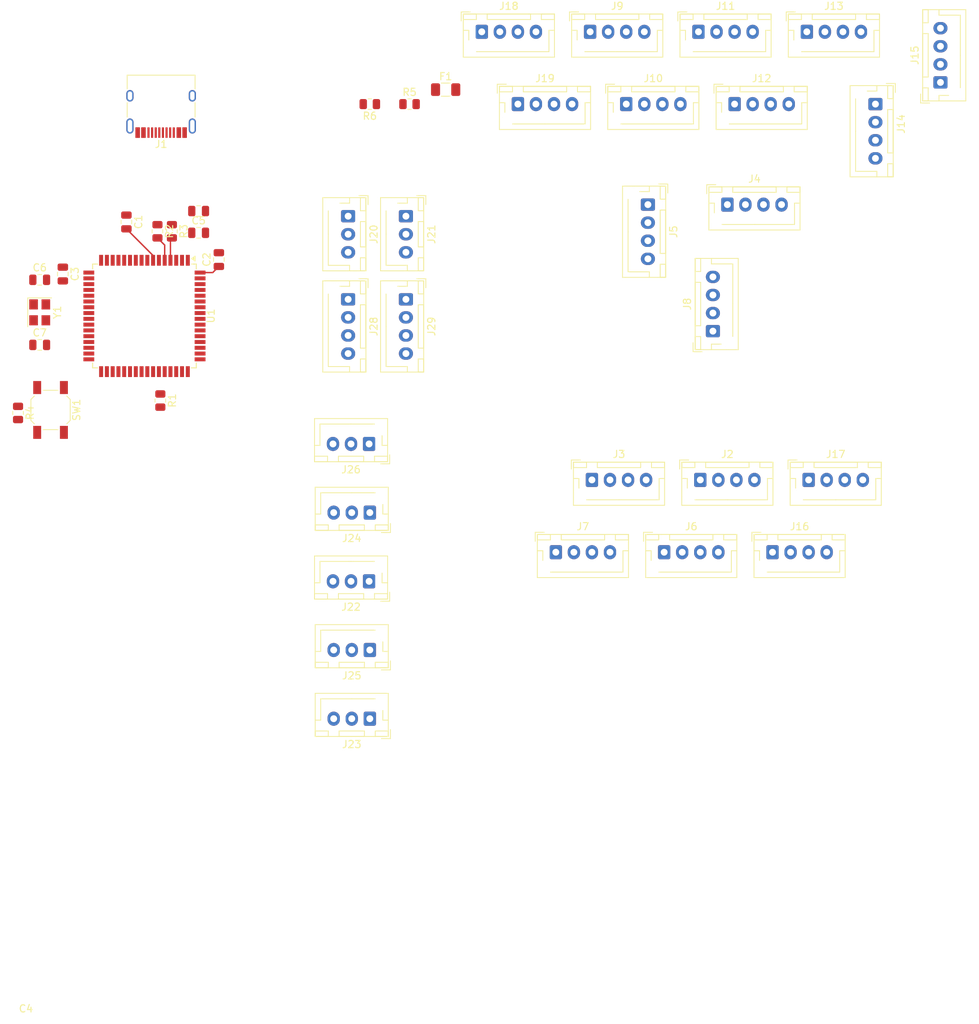
<source format=kicad_pcb>
(kicad_pcb (version 20240108) (generator "pcbnew") (generator_version "8.0")
  (layers (0 "F.Cu" signal) (31 "B.Cu" signal) (34 "B.Paste" user) (35 "F.Paste" user) (36 "B.SilkS" user "B.Silkscreen") (37 "F.SilkS" user "F.Silkscreen") (38 "B.Mask" user) (39 "F.Mask" user) (44 "Edge.Cuts" user))
  (net 0 "")
  (net 1 "Net-(U1-UCAP)")
  (net 2 "GND")
  (net 3 "+5V")
  (net 4 "Net-(U1-XTAL1)")
  (net 5 "Net-(U1-XTAL2)")
  (net 6 "VCC")
  (net 7 "D-")
  (net 8 "CC1")
  (net 9 "CC2")
  (net 10 "D+")
  (net 45 "PE0")
  (net 46 "PE1")
  (net 47 "PE4")
  (net 48 "PE3")
  (net 49 "PF0")
  (net 50 "PF1")
  (net 54 "PF6")
  (net 55 "PF7")
  (net 56 "PF3")
  (net 57 "PF2")
  (net 58 "PF5")
  (net 59 "PF4")
  (net 60 "Net-(U1-PE2{slash}~{HWB})")
  (net 61 "Net-(U1-D+)")
  (net 62 "Net-(U1-D-)")
  (net 63 "Net-(U1-~{RESET})")
  (net 79 "PA0")
  (net 81 "PA2")
  (net 85 "PA1")
  (footprint "Connector_JST:JST_XH_B3B-XH-AM_1x03_P2.50mm_Vertical" (layer "F.Cu") (at 94.5 48.5 -90)
    (property "Reference" "J20" (at 2.5 -3.55 90) (layer "F.SilkS"))
    (property "Value" "P1 TT analog")
    (pad "" np_thru_hole circle (at -1.6 2 270) (size 1.2 1.2) (drill 1.2) (layers "*.Cu" "*.Mask"))
    (pad "1" thru_hole roundrect (at 0 0 270) (size 1.7 1.95) (drill 0.95) (layers "*.Cu" "*.Mask") (roundrect_rratio 0.147059) (net 49 "PF0"))
    (pad "2" thru_hole oval (at 2.5 0 270) (size 1.7 1.95) (drill 0.95) (layers "*.Cu" "*.Mask"))
    (pad "3" thru_hole oval (at 5 0 270) (size 1.7 1.95) (drill 0.95) (layers "*.Cu" "*.Mask"))
  )
  (footprint "Connector_JST:JST_XH_B3B-XH-AM_1x03_P2.50mm_Vertical" (layer "F.Cu") (at 97.5 108.5 180)
    (property "Reference" "J25" (at 2.5 -3.55 180) (layer "F.SilkS"))
    (property "Value" "LED P2 Buttons")
    (pad "" np_thru_hole circle (at -1.6 2 180) (size 1.2 1.2) (drill 1.2) (layers "*.Cu" "*.Mask"))
    (pad "1" thru_hole roundrect (at 0 0 180) (size 1.7 1.95) (drill 0.95) (layers "*.Cu" "*.Mask") (roundrect_rratio 0.147059) (net 85 "PA1"))
    (pad "2" thru_hole oval (at 2.5 0 180) (size 1.7 1.95) (drill 0.95) (layers "*.Cu" "*.Mask"))
    (pad "3" thru_hole oval (at 5 0 180) (size 1.7 1.95) (drill 0.95) (layers "*.Cu" "*.Mask"))
  )
  (footprint "Connector_JST:JST_XH_B4B-XH-AM_1x04_P2.50mm_Vertical" (layer "F.Cu") (at 143.25 84.975)
    (property "Reference" "J2" (at 3.75 -3.55 0) (layer "F.SilkS"))
    (property "Value" "1P BT 1")
    (pad "" np_thru_hole circle (at -1.6 2) (size 1.2 1.2) (drill 1.2) (layers "*.Cu" "*.Mask"))
    (pad "1" thru_hole roundrect (at 0 0) (size 1.7 1.95) (drill 0.95) (layers "*.Cu" "*.Mask") (roundrect_rratio 0.147059))
    (pad "2" thru_hole oval (at 2.5 0) (size 1.7 1.95) (drill 0.95) (layers "*.Cu" "*.Mask"))
    (pad "3" thru_hole oval (at 5 0) (size 1.7 1.95) (drill 0.95) (layers "*.Cu" "*.Mask") (net 2 "GND"))
    (pad "4" thru_hole oval (at 7.5 0) (size 1.7 1.95) (drill 0.95) (layers "*.Cu" "*.Mask") (net 2 "GND"))
  )
  (footprint "Connector_JST:JST_XH_B4B-XH-AM_1x04_P2.50mm_Vertical" (layer "F.Cu") (at 128 23)
    (property "Reference" "J9" (at 3.75 -3.55 0) (layer "F.SilkS"))
    (property "Value" "2P BT 1")
    (pad "" np_thru_hole circle (at -1.6 2) (size 1.2 1.2) (drill 1.2) (layers "*.Cu" "*.Mask"))
    (pad "1" thru_hole roundrect (at 0 0) (size 1.7 1.95) (drill 0.95) (layers "*.Cu" "*.Mask") (roundrect_rratio 0.147059))
    (pad "2" thru_hole oval (at 2.5 0) (size 1.7 1.95) (drill 0.95) (layers "*.Cu" "*.Mask"))
    (pad "3" thru_hole oval (at 5 0) (size 1.7 1.95) (drill 0.95) (layers "*.Cu" "*.Mask") (net 2 "GND"))
    (pad "4" thru_hole oval (at 7.5 0) (size 1.7 1.95) (drill 0.95) (layers "*.Cu" "*.Mask") (net 2 "GND"))
  )
  (footprint "Connector_JST:JST_XH_B3B-XH-AM_1x03_P2.50mm_Vertical" (layer "F.Cu") (at 102.5 48.5 -90)
    (property "Reference" "J21" (at 2.5 -3.55 90) (layer "F.SilkS"))
    (property "Value" "P2 TT analog")
    (pad "" np_thru_hole circle (at -1.6 2 270) (size 1.2 1.2) (drill 1.2) (layers "*.Cu" "*.Mask"))
    (pad "1" thru_hole roundrect (at 0 0 270) (size 1.7 1.95) (drill 0.95) (layers "*.Cu" "*.Mask") (roundrect_rratio 0.147059) (net 50 "PF1"))
    (pad "2" thru_hole oval (at 2.5 0 270) (size 1.7 1.95) (drill 0.95) (layers "*.Cu" "*.Mask"))
    (pad "3" thru_hole oval (at 5 0 270) (size 1.7 1.95) (drill 0.95) (layers "*.Cu" "*.Mask"))
  )
  (footprint "Crystal:Crystal_SMD_3225-4Pin_3.2x2.5mm" (layer "F.Cu") (at 51.8 61.8 -90)
    (property "Reference" "Y1" (at 0 -2.45 90) (layer "F.SilkS"))
    (property "Value" "16MHz")
    (pad "1" smd rect (at -1.1 0.85 270) (size 1.4 1.2) (layers "F.Cu" "F.Paste" "F.Mask") (net 4 "Net-(U1-XTAL1)"))
    (pad "2" smd rect (at 1.1 0.85 270) (size 1.4 1.2) (layers "F.Cu" "F.Paste" "F.Mask") (net 2 "GND"))
    (pad "3" smd rect (at 1.1 -0.85 270) (size 1.4 1.2) (layers "F.Cu" "F.Paste" "F.Mask") (net 5 "Net-(U1-XTAL2)"))
    (pad "4" smd rect (at -1.1 -0.85 270) (size 1.4 1.2) (layers "F.Cu" "F.Paste" "F.Mask") (net 2 "GND"))
  )
  (footprint "Button_Switch_SMD:SW_SPST_SKQG_WithStem" (layer "F.Cu") (at 53.3 75.3 -90)
    (property "Reference" "SW1" (at 0 -3.6 90) (layer "F.SilkS"))
    (property "Value" "SW_Push")
    (pad "1" smd rect (at -3.1 -1.85 270) (size 1.8 1.1) (layers "F.Cu" "F.Paste" "F.Mask") (net 2 "GND"))
    (pad "1" smd rect (at 3.1 -1.85 270) (size 1.8 1.1) (layers "F.Cu" "F.Paste" "F.Mask") (net 2 "GND"))
    (pad "2" smd rect (at -3.1 1.85 270) (size 1.8 1.1) (layers "F.Cu" "F.Paste" "F.Mask") (net 63 "Net-(U1-~{RESET})"))
    (pad "2" smd rect (at 3.1 1.85 270) (size 1.8 1.1) (layers "F.Cu" "F.Paste" "F.Mask") (net 63 "Net-(U1-~{RESET})"))
  )
  (footprint "Resistor_SMD:R_0805_2012Metric" (layer "F.Cu") (at 70.1 50.5875 -90)
    (property "Reference" "R3" (at 0 -1.65 90) (layer "F.SilkS"))
    (property "Value" "22")
    (pad "1" smd roundrect (at -0.9125 0 270) (size 1.025 1.4) (layers "F.Cu" "F.Paste" "F.Mask") (roundrect_rratio 0.243902) (net 7 "D-"))
    (pad "2" smd roundrect (at 0.9125 0 270) (size 1.025 1.4) (layers "F.Cu" "F.Paste" "F.Mask") (roundrect_rratio 0.243902) (net 62 "Net-(U1-D-)"))
  )
  (footprint "Capacitor_SMD:C_0805_2012Metric" (layer "F.Cu") (at 51.8 57.3)
    (property "Reference" "C6" (at 0 -1.68 0) (layer "F.SilkS"))
    (property "Value" "22pF")
    (pad "1" smd roundrect (at -0.95 0) (size 1 1.45) (layers "F.Cu" "F.Paste" "F.Mask") (net 2 "GND"))
    (pad "2" smd roundrect (at 0.95 0) (size 1 1.45) (layers "F.Cu" "F.Paste" "F.Mask") (net 4 "Net-(U1-XTAL1)"))
  )
  (footprint "Connector_JST:JST_XH_B4B-XH-AM_1x04_P2.50mm_Vertical" (layer "F.Cu") (at 94.5 60 -90)
    (property "Reference" "J28" (at 3.75 -3.55 90) (layer "F.SilkS"))
    (property "Value" "P1 TT Encoder")
    (pad "" np_thru_hole circle (at -1.6 2 270) (size 1.2 1.2) (drill 1.2) (layers "*.Cu" "*.Mask"))
    (pad "1" thru_hole roundrect (at 0 0 270) (size 1.7 1.95) (drill 0.95) (layers "*.Cu" "*.Mask") (roundrect_rratio 0.147059) (net 57 "PF2"))
    (pad "2" thru_hole oval (at 2.5 0 270) (size 1.7 1.95) (drill 0.95) (layers "*.Cu" "*.Mask") (net 56 "PF3"))
    (pad "3" thru_hole oval (at 5 0 270) (size 1.7 1.95) (drill 0.95) (layers "*.Cu" "*.Mask"))
    (pad "4" thru_hole oval (at 7.5 0 270) (size 1.7 1.95) (drill 0.95) (layers "*.Cu" "*.Mask"))
  )
  (footprint "Connector_JST:JST_XH_B4B-XH-AM_1x04_P2.50mm_Vertical" (layer "F.Cu") (at 147 46.9)
    (property "Reference" "J4" (at 3.75 -3.55 0) (layer "F.SilkS"))
    (property "Value" "1P BT 5")
    (pad "" np_thru_hole circle (at -1.6 2) (size 1.2 1.2) (drill 1.2) (layers "*.Cu" "*.Mask"))
    (pad "1" thru_hole roundrect (at 0 0) (size 1.7 1.95) (drill 0.95) (layers "*.Cu" "*.Mask") (roundrect_rratio 0.147059))
    (pad "2" thru_hole oval (at 2.5 0) (size 1.7 1.95) (drill 0.95) (layers "*.Cu" "*.Mask"))
    (pad "3" thru_hole oval (at 5 0) (size 1.7 1.95) (drill 0.95) (layers "*.Cu" "*.Mask") (net 2 "GND"))
    (pad "4" thru_hole oval (at 7.5 0) (size 1.7 1.95) (drill 0.95) (layers "*.Cu" "*.Mask") (net 2 "GND"))
  )
  (footprint "Connector_JST:JST_XH_B3B-XH-AM_1x03_P2.50mm_Vertical" (layer "F.Cu") (at 97.4 99 180)
    (property "Reference" "J22" (at 2.5 -3.55 180) (layer "F.SilkS"))
    (property "Value" "LED P1 TT")
    (pad "" np_thru_hole circle (at -1.6 2 180) (size 1.2 1.2) (drill 1.2) (layers "*.Cu" "*.Mask"))
    (pad "1" thru_hole roundrect (at 0 0 180) (size 1.7 1.95) (drill 0.95) (layers "*.Cu" "*.Mask") (roundrect_rratio 0.147059) (net 79 "PA0"))
    (pad "2" thru_hole oval (at 2.5 0 180) (size 1.7 1.95) (drill 0.95) (layers "*.Cu" "*.Mask"))
    (pad "3" thru_hole oval (at 5 0 180) (size 1.7 1.95) (drill 0.95) (layers "*.Cu" "*.Mask"))
  )
  (footprint "Capacitor_SMD:C_0805_2012Metric" (layer "F.Cu") (at 51.8 66.3)
    (property "Reference" "C7" (at 0 -1.68 0) (layer "F.SilkS"))
    (property "Value" "22pF")
    (pad "1" smd roundrect (at -0.95 0) (size 1 1.45) (layers "F.Cu" "F.Paste" "F.Mask") (net 2 "GND"))
    (pad "2" smd roundrect (at 0.95 0) (size 1 1.45) (layers "F.Cu" "F.Paste" "F.Mask") (net 5 "Net-(U1-XTAL2)"))
  )
  (footprint "Connector_JST:JST_XH_B4B-XH-AM_1x04_P2.50mm_Vertical" (layer "F.Cu") (at 138.25 94.975)
    (property "Reference" "J6" (at 3.75 -3.55 0) (layer "F.SilkS"))
    (property "Value" "1P BT 2")
    (pad "" np_thru_hole circle (at -1.6 2) (size 1.2 1.2) (drill 1.2) (layers "*.Cu" "*.Mask"))
    (pad "1" thru_hole roundrect (at 0 0) (size 1.7 1.95) (drill 0.95) (layers "*.Cu" "*.Mask") (roundrect_rratio 0.147059))
    (pad "2" thru_hole oval (at 2.5 0) (size 1.7 1.95) (drill 0.95) (layers "*.Cu" "*.Mask"))
    (pad "3" thru_hole oval (at 5 0) (size 1.7 1.95) (drill 0.95) (layers "*.Cu" "*.Mask") (net 2 "GND"))
    (pad "4" thru_hole oval (at 7.5 0) (size 1.7 1.95) (drill 0.95) (layers "*.Cu" "*.Mask") (net 2 "GND"))
  )
  (footprint "Resistor_SMD:R_0805_2012Metric" (layer "F.Cu") (at 68.1 50.5875 -90)
    (property "Reference" "R2" (at 0 -1.65 90) (layer "F.SilkS"))
    (property "Value" "22")
    (pad "1" smd roundrect (at -0.9125 0 270) (size 1.025 1.4) (layers "F.Cu" "F.Paste" "F.Mask") (roundrect_rratio 0.243902) (net 10 "D+"))
    (pad "2" smd roundrect (at 0.9125 0 270) (size 1.025 1.4) (layers "F.Cu" "F.Paste" "F.Mask") (roundrect_rratio 0.243902) (net 61 "Net-(U1-D+)"))
  )
  (footprint "Connector_JST:JST_XH_B4B-XH-AM_1x04_P2.50mm_Vertical" (layer "F.Cu") (at 143 23)
    (property "Reference" "J11" (at 3.75 -3.55 0) (layer "F.SilkS"))
    (property "Value" "2P BT 3")
    (pad "" np_thru_hole circle (at -1.6 2) (size 1.2 1.2) (drill 1.2) (layers "*.Cu" "*.Mask"))
    (pad "1" thru_hole roundrect (at 0 0) (size 1.7 1.95) (drill 0.95) (layers "*.Cu" "*.Mask") (roundrect_rratio 0.147059))
    (pad "2" thru_hole oval (at 2.5 0) (size 1.7 1.95) (drill 0.95) (layers "*.Cu" "*.Mask"))
    (pad "3" thru_hole oval (at 5 0) (size 1.7 1.95) (drill 0.95) (layers "*.Cu" "*.Mask") (net 2 "GND"))
    (pad "4" thru_hole oval (at 7.5 0) (size 1.7 1.95) (drill 0.95) (layers "*.Cu" "*.Mask") (net 2 "GND"))
  )
  (footprint "Resistor_SMD:R_0805_2012Metric" (layer "F.Cu") (at 103 33)
    (property "Reference" "R5" (at 0 -1.65 0) (layer "F.SilkS"))
    (property "Value" "5k1")
    (pad "1" smd roundrect (at -0.9125 0) (size 1.025 1.4) (layers "F.Cu" "F.Paste" "F.Mask") (roundrect_rratio 0.243902) (net 8 "CC1"))
    (pad "2" smd roundrect (at 0.9125 0) (size 1.025 1.4) (layers "F.Cu" "F.Paste" "F.Mask") (roundrect_rratio 0.243902) (net 2 "GND"))
  )
  (footprint "Connector_JST:JST_XH_B4B-XH-AM_1x04_P2.50mm_Vertical" (layer "F.Cu") (at 153.25 94.975)
    (property "Reference" "J16" (at 3.75 -3.55 0) (layer "F.SilkS"))
    (property "Value" "1P START")
    (pad "" np_thru_hole circle (at -1.6 2) (size 1.2 1.2) (drill 1.2) (layers "*.Cu" "*.Mask"))
    (pad "1" thru_hole roundrect (at 0 0) (size 1.7 1.95) (drill 0.95) (layers "*.Cu" "*.Mask") (roundrect_rratio 0.147059))
    (pad "2" thru_hole oval (at 2.5 0) (size 1.7 1.95) (drill 0.95) (layers "*.Cu" "*.Mask"))
    (pad "3" thru_hole oval (at 5 0) (size 1.7 1.95) (drill 0.95) (layers "*.Cu" "*.Mask"))
    (pad "4" thru_hole oval (at 7.5 0) (size 1.7 1.95) (drill 0.95) (layers "*.Cu" "*.Mask"))
  )
  (footprint "Connector_JST:JST_XH_B4B-XH-AM_1x04_P2.50mm_Vertical" (layer "F.Cu") (at 102.5 60 -90)
    (property "Reference" "J29" (at 3.75 -3.55 90) (layer "F.SilkS"))
    (property "Value" "P2 TT Encoder")
    (pad "" np_thru_hole circle (at -1.6 2 270) (size 1.2 1.2) (drill 1.2) (layers "*.Cu" "*.Mask"))
    (pad "1" thru_hole roundrect (at 0 0 270) (size 1.7 1.95) (drill 0.95) (layers "*.Cu" "*.Mask") (roundrect_rratio 0.147059) (net 59 "PF4"))
    (pad "2" thru_hole oval (at 2.5 0 270) (size 1.7 1.95) (drill 0.95) (layers "*.Cu" "*.Mask") (net 58 "PF5"))
    (pad "3" thru_hole oval (at 5 0 270) (size 1.7 1.95) (drill 0.95) (layers "*.Cu" "*.Mask"))
    (pad "4" thru_hole oval (at 7.5 0 270) (size 1.7 1.95) (drill 0.95) (layers "*.Cu" "*.Mask"))
  )
  (footprint "Resistor_SMD:R_0805_2012Metric" (layer "F.Cu") (at 48.8 75.7125 -90)
    (property "Reference" "R4" (at 0 -1.65 90) (layer "F.SilkS"))
    (property "Value" "10K")
    (pad "1" smd roundrect (at -0.9125 0 270) (size 1.025 1.4) (layers "F.Cu" "F.Paste" "F.Mask") (roundrect_rratio 0.243902) (net 3 "+5V"))
    (pad "2" smd roundrect (at 0.9125 0 270) (size 1.025 1.4) (layers "F.Cu" "F.Paste" "F.Mask") (roundrect_rratio 0.243902) (net 63 "Net-(U1-~{RESET})"))
  )
  (footprint "Connector_JST:JST_XH_B4B-XH-AM_1x04_P2.50mm_Vertical" (layer "F.Cu") (at 176.5 30 90)
    (property "Reference" "J15" (at 3.75 -3.55 -90) (layer "F.SilkS"))
    (property "Value" "2P BT 7")
    (pad "" np_thru_hole circle (at -1.6 2 90) (size 1.2 1.2) (drill 1.2) (layers "*.Cu" "*.Mask"))
    (pad "1" thru_hole roundrect (at 0 0 90) (size 1.7 1.95) (drill 0.95) (layers "*.Cu" "*.Mask") (roundrect_rratio 0.147059))
    (pad "2" thru_hole oval (at 2.5 0 90) (size 1.7 1.95) (drill 0.95) (layers "*.Cu" "*.Mask"))
    (pad "3" thru_hole oval (at 5 0 90) (size 1.7 1.95) (drill 0.95) (layers "*.Cu" "*.Mask") (net 2 "GND"))
    (pad "4" thru_hole oval (at 7.5 0 90) (size 1.7 1.95) (drill 0.95) (layers "*.Cu" "*.Mask") (net 2 "GND"))
  )
  (footprint "Connector_JST:JST_XH_B4B-XH-AM_1x04_P2.50mm_Vertical" (layer "F.Cu") (at 158.25 84.975)
    (property "Reference" "J17" (at 3.75 -3.55 0) (layer "F.SilkS"))
    (property "Value" "EFFECT")
    (pad "" np_thru_hole circle (at -1.6 2) (size 1.2 1.2) (drill 1.2) (layers "*.Cu" "*.Mask"))
    (pad "1" thru_hole roundrect (at 0 0) (size 1.7 1.95) (drill 0.95) (layers "*.Cu" "*.Mask") (roundrect_rratio 0.147059))
    (pad "2" thru_hole oval (at 2.5 0) (size 1.7 1.95) (drill 0.95) (layers "*.Cu" "*.Mask"))
    (pad "3" thru_hole oval (at 5 0) (size 1.7 1.95) (drill 0.95) (layers "*.Cu" "*.Mask"))
    (pad "4" thru_hole oval (at 7.5 0) (size 1.7 1.95) (drill 0.95) (layers "*.Cu" "*.Mask"))
  )
  (footprint "Capacitor_SMD:C_0805_2012Metric" (layer "F.Cu") (at 63.8 49.3 -90)
    (property "Reference" "C1" (at 0 -1.68 90) (layer "F.SilkS"))
    (property "Value" "1uF")
    (pad "1" smd roundrect (at -0.95 0 270) (size 1 1.45) (layers "F.Cu" "F.Paste" "F.Mask") (net 2 "GND"))
    (pad "2" smd roundrect (at 0.95 0 270) (size 1 1.45) (layers "F.Cu" "F.Paste" "F.Mask") (net 1 "Net-(U1-UCAP)"))
  )
  (footprint "Connector_JST:JST_XH_B4B-XH-AM_1x04_P2.50mm_Vertical" (layer "F.Cu") (at 123.25 94.975)
    (property "Reference" "J7" (at 3.75 -3.55 0) (layer "F.SilkS"))
    (property "Value" "1P BT 4")
    (pad "" np_thru_hole circle (at -1.6 2) (size 1.2 1.2) (drill 1.2) (layers "*.Cu" "*.Mask"))
    (pad "1" thru_hole roundrect (at 0 0) (size 1.7 1.95) (drill 0.95) (layers "*.Cu" "*.Mask") (roundrect_rratio 0.147059))
    (pad "2" thru_hole oval (at 2.5 0) (size 1.7 1.95) (drill 0.95) (layers "*.Cu" "*.Mask"))
    (pad "3" thru_hole oval (at 5 0) (size 1.7 1.95) (drill 0.95) (layers "*.Cu" "*.Mask") (net 2 "GND"))
    (pad "4" thru_hole oval (at 7.5 0) (size 1.7 1.95) (drill 0.95) (layers "*.Cu" "*.Mask") (net 2 "GND"))
  )
  (footprint "Connector_JST:JST_XH_B4B-XH-AM_1x04_P2.50mm_Vertical" (layer "F.Cu") (at 136 46.9 -90)
    (property "Reference" "J5" (at 3.75 -3.55 90) (layer "F.SilkS"))
    (property "Value" "1P BT 7")
    (pad "" np_thru_hole circle (at -1.6 2 270) (size 1.2 1.2) (drill 1.2) (layers "*.Cu" "*.Mask"))
    (pad "1" thru_hole roundrect (at 0 0 270) (size 1.7 1.95) (drill 0.95) (layers "*.Cu" "*.Mask") (roundrect_rratio 0.147059))
    (pad "2" thru_hole oval (at 2.5 0 270) (size 1.7 1.95) (drill 0.95) (layers "*.Cu" "*.Mask"))
    (pad "3" thru_hole oval (at 5 0 270) (size 1.7 1.95) (drill 0.95) (layers "*.Cu" "*.Mask") (net 2 "GND"))
    (pad "4" thru_hole oval (at 7.5 0 270) (size 1.7 1.95) (drill 0.95) (layers "*.Cu" "*.Mask") (net 2 "GND"))
  )
  (footprint "Package_QFP:TQFP-64_14x14mm_P0.8mm" (layer "F.Cu") (at 66.3 62.3 -90)
    (property "Reference" "U1" (at 0 -9.2 90) (layer "F.SilkS"))
    (property "Value" "AT90USB647-A")
    (pad "1" smd rect (at -7.7 -6 270) (size 1.5 0.55) (layers "F.Cu" "F.Paste" "F.Mask"))
    (pad "2" smd rect (at -7.7 -5.2 270) (size 1.5 0.55) (layers "F.Cu" "F.Paste" "F.Mask"))
    (pad "3" smd rect (at -7.7 -4.4 270) (size 1.5 0.55) (layers "F.Cu" "F.Paste" "F.Mask") (net 3 "+5V"))
    (pad "4" smd rect (at -7.7 -3.6 270) (size 1.5 0.55) (layers "F.Cu" "F.Paste" "F.Mask") (net 62 "Net-(U1-D-)"))
    (pad "5" smd rect (at -7.7 -2.8 270) (size 1.5 0.55) (layers "F.Cu" "F.Paste" "F.Mask") (net 61 "Net-(U1-D+)"))
    (pad "6" smd rect (at -7.7 -2 270) (size 1.5 0.55) (layers "F.Cu" "F.Paste" "F.Mask") (net 2 "GND"))
    (pad "7" smd rect (at -7.7 -1.2 270) (size 1.5 0.55) (layers "F.Cu" "F.Paste" "F.Mask") (net 1 "Net-(U1-UCAP)"))
    (pad "8" smd rect (at -7.7 -0.4 270) (size 1.5 0.55) (layers "F.Cu" "F.Paste" "F.Mask") (net 3 "+5V"))
    (pad "9" smd rect (at -7.7 0.4 270) (size 1.5 0.55) (layers "F.Cu" "F.Paste" "F.Mask") (net 48 "PE3"))
    (pad "10" smd rect (at -7.7 1.2 270) (size 1.5 0.55) (layers "F.Cu" "F.Paste" "F.Mask"))
    (pad "11" smd rect (at -7.7 2 270) (size 1.5 0.55) (layers "F.Cu" "F.Paste" "F.Mask"))
    (pad "12" smd rect (at -7.7 2.8 270) (size 1.5 0.55) (layers "F.Cu" "F.Paste" "F.Mask"))
    (pad "13" smd rect (at -7.7 3.6 270) (size 1.5 0.55) (layers "F.Cu" "F.Paste" "F.Mask"))
    (pad "14" smd rect (at -7.7 4.4 270) (size 1.5 0.55) (layers "F.Cu" "F.Paste" "F.Mask"))
    (pad "15" smd rect (at -7.7 5.2 270) (size 1.5 0.55) (layers "F.Cu" "F.Paste" "F.Mask"))
    (pad "16" smd rect (at -7.7 6 270) (size 1.5 0.55) (layers "F.Cu" "F.Paste" "F.Mask"))
    (pad "17" smd rect (at -6 7.7) (size 1.5 0.55) (layers "F.Cu" "F.Paste" "F.Mask"))
    (pad "18" smd rect (at -5.2 7.7) (size 1.5 0.55) (layers "F.Cu" "F.Paste" "F.Mask") (net 47 "PE4"))
    (pad "19" smd rect (at -4.4 7.7) (size 1.5 0.55) (layers "F.Cu" "F.Paste" "F.Mask"))
    (pad "20" smd rect (at -3.6 7.7) (size 1.5 0.55) (layers "F.Cu" "F.Paste" "F.Mask") (net 63 "Net-(U1-~{RESET})"))
    (pad "21" smd rect (at -2.8 7.7) (size 1.5 0.55) (layers "F.Cu" "F.Paste" "F.Mask") (net 3 "+5V"))
    (pad "22" smd rect (at -2 7.7) (size 1.5 0.55) (layers "F.Cu" "F.Paste" "F.Mask") (net 2 "GND"))
    (pad "23" smd rect (at -1.2 7.7) (size 1.5 0.55) (layers "F.Cu" "F.Paste" "F.Mask") (net 5 "Net-(U1-XTAL2)"))
    (pad "24" smd rect (at -0.4 7.7) (size 1.5 0.55) (layers "F.Cu" "F.Paste" "F.Mask") (net 4 "Net-(U1-XTAL1)"))
    (pad "25" smd rect (at 0.4 7.7) (size 1.5 0.55) (layers "F.Cu" "F.Paste" "F.Mask"))
    (pad "26" smd rect (at 1.2 7.7) (size 1.5 0.55) (layers "F.Cu" "F.Paste" "F.Mask"))
    (pad "27" smd rect (at 2 7.7) (size 1.5 0.55) (layers "F.Cu" "F.Paste" "F.Mask"))
    (pad "28" smd rect (at 2.8 7.7) (size 1.5 0.55) (layers "F.Cu" "F.Paste" "F.Mask"))
    (pad "29" smd rect (at 3.6 7.7) (size 1.5 0.55) (layers "F.Cu" "F.Paste" "F.Mask"))
    (pad "30" smd rect (at 4.4 7.7) (size 1.5 0.55) (layers "F.Cu" "F.Paste" "F.Mask"))
    (pad "31" smd rect (at 5.2 7.7) (size 1.5 0.55) (layers "F.Cu" "F.Paste" "F.Mask"))
    (pad "32" smd rect (at 6 7.7) (size 1.5 0.55) (layers "F.Cu" "F.Paste" "F.Mask"))
    (pad "33" smd rect (at 7.7 6 270) (size 1.5 0.55) (layers "F.Cu" "F.Paste" "F.Mask") (net 45 "PE0"))
    (pad "34" smd rect (at 7.7 5.2 270) (size 1.5 0.55) (layers "F.Cu" "F.Paste" "F.Mask") (net 46 "PE1"))
    (pad "35" smd rect (at 7.7 4.4 270) (size 1.5 0.55) (layers "F.Cu" "F.Paste" "F.Mask"))
    (pad "36" smd rect (at 7.7 3.6 270) (size 1.5 0.55) (layers "F.Cu" "F.Paste" "F.Mask"))
    (pad "37" smd rect (at 7.7 2.8 270) (size 1.5 0.55) (layers "F.Cu" "F.Paste" "F.Mask"))
    (pad "38" smd rect (at 7.7 2 270) (size 1.5 0.55) (layers "F.Cu" "F.Paste" "F.Mask"))
    (pad "39" smd rect (at 7.7 1.2 270) (size 1.5 0.55) (layers "F.Cu" "F.Paste" "F.Mask"))
    (pad "40" smd rect (at 7.7 0.4 270) (size 1.5 0.55) (layers "F.Cu" "F.Paste" "F.Mask"))
    (pad "41" smd rect (at 7.7 -0.4 270) (size 1.5 0.55) (layers "F.Cu" "F.Paste" "F.Mask"))
    (pad "42" smd rect (at 7.7 -1.2 270) (size 1.5 0.55) (layers "F.Cu" "F.Paste" "F.Mask"))
    (pad "43" smd rect (at 7.7 -2 270) (size 1.5 0.55) (layers "F.Cu" "F.Paste" "F.Mask") (net 60 "Net-(U1-PE2{slash}~{HWB})"))
    (pad "44" smd rect (at 7.7 -2.8 270) (size 1.5 0.55) (layers "F.Cu" "F.Paste" "F.Mask"))
    (pad "45" smd rect (at 7.7 -3.6 270) (size 1.5 0.55) (layers "F.Cu" "F.Paste" "F.Mask"))
    (pad "46" smd rect (at 7.7 -4.4 270) (size 1.5 0.55) (layers "F.Cu" "F.Paste" "F.Mask"))
    (pad "47" smd rect (at 7.7 -5.2 270) (size 1.5 0.55) (layers "F.Cu" "F.Paste" "F.Mask"))
    (pad "48" smd rect (at 7.7 -6 270) (size 1.5 0.55) (layers "F.Cu" "F.Paste" "F.Mask"))
    (pad "49" smd rect (at 6 -7.7) (size 1.5 0.55) (layers "F.Cu" "F.Paste" "F.Mask") (net 81 "PA2"))
    (pad "50" smd rect (at 5.2 -7.7) (size 1.5 0.55) (layers "F.Cu" "F.Paste" "F.Mask") (net 85 "PA1"))
    (pad "51" smd rect (at 4.4 -7.7) (size 1.5 0.55) (layers "F.Cu" "F.Paste" "F.Mask") (net 79 "PA0"))
    (pad "52" smd rect (at 3.6 -7.7) (size 1.5 0.55) (layers "F.Cu" "F.Paste" "F.Mask") (net 3 "+5V"))
    (pad "53" smd rect (at 2.8 -7.7) (size 1.5 0.55) (layers "F.Cu" "F.Paste" "F.Mask") (net 2 "GND"))
    (pad "54" smd rect (at 2 -7.7) (size 1.5 0.55) (layers "F.Cu" "F.Paste" "F.Mask") (net 55 "PF7"))
    (pad "55" smd rect (at 1.2 -7.7) (size 1.5 0.55) (layers "F.Cu" "F.Paste" "F.Mask") (net 54 "PF6"))
    (pad "56" smd rect (at 0.4 -7.7) (size 1.5 0.55) (layers "F.Cu" "F.Paste" "F.Mask") (net 58 "PF5"))
    (pad "57" smd rect (at -0.4 -7.7) (size 1.5 0.55) (layers "F.Cu" "F.Paste" "F.Mask") (net 59 "PF4"))
    (pad "58" smd rect (at -1.2 -7.7) (size 1.5 0.55) (layers "F.Cu" "F.Paste" "F.Mask") (net 56 "PF3"))
    (pad "59" smd rect (at -2 -7.7) (size 1.5 0.55) (layers "F.Cu" "F.Paste" "F.Mask") (net 57 "PF2"))
    (pad "60" smd rect (at -2.8 -7.7) (size 1.5 0.55) (layers "F.Cu" "F.Paste" "F.Mask") (net 50 "PF1"))
    (pad "61" smd rect (at -3.6 -7.7) (size 1.5 0.55) (layers "F.Cu" "F.Paste" "F.Mask") (net 49 "PF0"))
    (pad "62" smd rect (at -4.4 -7.7) (size 1.5 0.55) (layers "F.Cu" "F.Paste" "F.Mask"))
    (pad "63" smd rect (at -5.2 -7.7) (size 1.5 0.55) (layers "F.Cu" "F.Paste" "F.Mask") (net 2 "GND"))
    (pad "64" smd rect (at -6 -7.7) (size 1.5 0.55) (layers "F.Cu" "F.Paste" "F.Mask") (net 3 "+5V"))
  )
  (footprint "Resistor_SMD:R_0805_2012Metric" (layer "F.Cu") (at 68.5 74 -90)
    (property "Reference" "R1" (at 0 -1.65 90) (layer "F.SilkS"))
    (property "Value" "10k")
    (pad "1" smd roundrect (at -0.9125 0 270) (size 1.025 1.4) (layers "F.Cu" "F.Paste" "F.Mask") (roundrect_rratio 0.243902) (net 60 "Net-(U1-PE2{slash}~{HWB})"))
    (pad "2" smd roundrect (at 0.9125 0 270) (size 1.025 1.4) (layers "F.Cu" "F.Paste" "F.Mask") (roundrect_rratio 0.243902) (net 2 "GND"))
  )
  (footprint "Connector_JST:JST_XH_B3B-XH-AM_1x03_P2.50mm_Vertical" (layer "F.Cu") (at 97.5 118 180)
    (property "Reference" "J23" (at 2.5 -3.55 180) (layer "F.SilkS"))
    (property "Value" "LED P2 TT")
    (pad "" np_thru_hole circle (at -1.6 2 180) (size 1.2 1.2) (drill 1.2) (layers "*.Cu" "*.Mask"))
    (pad "1" thru_hole roundrect (at 0 0 180) (size 1.7 1.95) (drill 0.95) (layers "*.Cu" "*.Mask") (roundrect_rratio 0.147059) (net 81 "PA2"))
    (pad "2" thru_hole oval (at 2.5 0 180) (size 1.7 1.95) (drill 0.95) (layers "*.Cu" "*.Mask"))
    (pad "3" thru_hole oval (at 5 0 180) (size 1.7 1.95) (drill 0.95) (layers "*.Cu" "*.Mask"))
  )
  (footprint "Connector_JST:JST_XH_B4B-XH-AM_1x04_P2.50mm_Vertical" (layer "F.Cu") (at 167.5 33 -90)
    (property "Reference" "J14" (at 2.75 -3.55 90) (layer "F.SilkS"))
    (property "Value" "2P BT 6")
    (pad "" np_thru_hole circle (at -1.6 2 270) (size 1.2 1.2) (drill 1.2) (layers "*.Cu" "*.Mask"))
    (pad "1" thru_hole roundrect (at 0 0 270) (size 1.7 1.95) (drill 0.95) (layers "*.Cu" "*.Mask") (roundrect_rratio 0.147059))
    (pad "2" thru_hole oval (at 2.5 0 270) (size 1.7 1.95) (drill 0.95) (layers "*.Cu" "*.Mask"))
    (pad "3" thru_hole oval (at 5 0 270) (size 1.7 1.95) (drill 0.95) (layers "*.Cu" "*.Mask") (net 2 "GND"))
    (pad "4" thru_hole oval (at 7.5 0 270) (size 1.7 1.95) (drill 0.95) (layers "*.Cu" "*.Mask") (net 2 "GND"))
  )
  (footprint "Capacitor_SMD:C_0805_2012Metric" (layer "F.Cu") (at 55 56.5 -90)
    (property "Reference" "C3" (at 0 -1.68 90) (layer "F.SilkS"))
    (property "Value" "0.1uf")
    (pad "1" smd roundrect (at -0.95 0 270) (size 1 1.45) (layers "F.Cu" "F.Paste" "F.Mask") (net 3 "+5V"))
    (pad "2" smd roundrect (at 0.95 0 270) (size 1 1.45) (layers "F.Cu" "F.Paste" "F.Mask") (net 2 "GND"))
  )
  (footprint "Connector_JST:JST_XH_B4B-XH-AM_1x04_P2.50mm_Vertical" (layer "F.Cu") (at 128.25 84.975)
    (property "Reference" "J3" (at 3.75 -3.55 0) (layer "F.SilkS"))
    (property "Value" "1P BT 3")
    (pad "" np_thru_hole circle (at -1.6 2) (size 1.2 1.2) (drill 1.2) (layers "*.Cu" "*.Mask"))
    (pad "1" thru_hole roundrect (at 0 0) (size 1.7 1.95) (drill 0.95) (layers "*.Cu" "*.Mask") (roundrect_rratio 0.147059))
    (pad "2" thru_hole oval (at 2.5 0) (size 1.7 1.95) (drill 0.95) (layers "*.Cu" "*.Mask"))
    (pad "3" thru_hole oval (at 5 0) (size 1.7 1.95) (drill 0.95) (layers "*.Cu" "*.Mask") (net 2 "GND"))
    (pad "4" thru_hole oval (at 7.5 0) (size 1.7 1.95) (drill 0.95) (layers "*.Cu" "*.Mask") (net 2 "GND"))
  )
  (footprint "Connector_USB:USB_C_Receptacle_HRO_TYPE-C-31-M-12" (layer "F.Cu") (at 68.61 32.9 180)
    (property "Reference" "J1" (at 0 -5.645 180) (layer "F.SilkS"))
    (property "Value" "USB_C_Receptacle_USB2.0_16P")
    (pad "" np_thru_hole circle (at -2.89 -2.6 180) (size 0.65 0.65) (drill 0.65) (layers "*.Cu" "*.Mask"))
    (pad "" np_thru_hole circle (at 2.89 -2.6 180) (size 0.65 0.65) (drill 0.65) (layers "*.Cu" "*.Mask"))
    (pad "A1" smd rect (at -3.25 -4.045 180) (size 0.6 1.45) (layers "F.Cu" "F.Paste" "F.Mask") (net 2 "GND"))
    (pad "A4" smd rect (at -2.45 -4.045 180) (size 0.6 1.45) (layers "F.Cu" "F.Paste" "F.Mask") (net 6 "VCC"))
    (pad "A5" smd rect (at -1.25 -4.045 180) (size 0.3 1.45) (layers "F.Cu" "F.Paste" "F.Mask") (net 8 "CC1"))
    (pad "A6" smd rect (at -0.25 -4.045 180) (size 0.3 1.45) (layers "F.Cu" "F.Paste" "F.Mask") (net 10 "D+"))
    (pad "A7" smd rect (at 0.25 -4.045 180) (size 0.3 1.45) (layers "F.Cu" "F.Paste" "F.Mask") (net 7 "D-"))
    (pad "A8" smd rect (at 1.25 -4.045 180) (size 0.3 1.45) (layers "F.Cu" "F.Paste" "F.Mask"))
    (pad "A9" smd rect (at 2.45 -4.045 180) (size 0.6 1.45) (layers "F.Cu" "F.Paste" "F.Mask") (net 6 "VCC"))
    (pad "A12" smd rect (at 3.25 -4.045 180) (size 0.6 1.45) (layers "F.Cu" "F.Paste" "F.Mask") (net 2 "GND"))
    (pad "B1" smd rect (at 3.25 -4.045 180) (size 0.6 1.45) (layers "F.Cu" "F.Paste" "F.Mask") (net 2 "GND"))
    (pad "B4" smd rect (at 2.45 -4.045 180) (size 0.6 1.45) (layers "F.Cu" "F.Paste" "F.Mask") (net 6 "VCC"))
    (pad "B5" smd rect (at 1.75 -4.045 180) (size 0.3 1.45) (layers "F.Cu" "F.Paste" "F.Mask") (net 9 "CC2"))
    (pad "B6" smd rect (at 0.75 -4.045 180) (size 0.3 1.45) (layers "F.Cu" "F.Paste" "F.Mask") (net 10 "D+"))
    (pad "B7" smd rect (at -0.75 -4.045 180) (size 0.3 1.45) (layers "F.Cu" "F.Paste" "F.Mask") (net 7 "D-"))
    (pad "B8" smd rect (at -1.75 -4.045 180) (size 0.3 1.45) (layers "F.Cu" "F.Paste" "F.Mask"))
    (pad "B9" smd rect (at -2.45 -4.045 180) (size 0.6 1.45) (layers "F.Cu" "F.Paste" "F.Mask") (net 6 "VCC"))
    (pad "B12" smd rect (at -3.25 -4.045 180) (size 0.6 1.45) (layers "F.Cu" "F.Paste" "F.Mask") (net 2 "GND"))
    (pad "S1" thru_hole oval (at -4.32 -3.13 180) (size 1 2.1) (drill oval 0.6 1.7) (layers "*.Cu" "*.Mask") (net 2 "GND"))
    (pad "S1" thru_hole oval (at -4.32 1.05 180) (size 1 1.6) (drill oval 0.6 1.2) (layers "*.Cu" "*.Mask") (net 2 "GND"))
    (pad "S1" thru_hole oval (at 4.32 -3.13 180) (size 1 2.1) (drill oval 0.6 1.7) (layers "*.Cu" "*.Mask") (net 2 "GND"))
    (pad "S1" thru_hole oval (at 4.32 1.05 180) (size 1 1.6) (drill oval 0.6 1.2) (layers "*.Cu" "*.Mask") (net 2 "GND"))
  )
  (footprint "Connector_JST:JST_XH_B3B-XH-AM_1x03_P2.50mm_Vertical" (layer "F.Cu") (at 97.4 80 180)
    (property "Reference" "J26" (at 2.5 -3.55 180) (layer "F.SilkS"))
    (property "Value" "LED CENTER")
    (pad "" np_thru_hole circle (at -1.6 2 180) (size 1.2 1.2) (drill 1.2) (layers "*.Cu" "*.Mask"))
    (pad "1" thru_hole roundrect (at 0 0 180) (size 1.7 1.95) (drill 0.95) (layers "*.Cu" "*.Mask") (roundrect_rratio 0.147059) (net 54 "PF6"))
    (pad "2" thru_hole oval (at 2.5 0 180) (size 1.7 1.95) (drill 0.95) (layers "*.Cu" "*.Mask"))
    (pad "3" thru_hole oval (at 5 0 180) (size 1.7 1.95) (drill 0.95) (layers "*.Cu" "*.Mask"))
  )
  (footprint "Capacitor_SMD:C_0805_2012Metric" (layer "F.Cu") (at 76.6 54.5 90)
    (property "Reference" "C2" (at 0 -1.68 -90) (layer "F.SilkS"))
    (property "Value" "0.1uf")
    (pad "1" smd roundrect (at -0.95 0 90) (size 1 1.45) (layers "F.Cu" "F.Paste" "F.Mask") (net 3 "+5V"))
    (pad "2" smd roundrect (at 0.95 0 90) (size 1 1.45) (layers "F.Cu" "F.Paste" "F.Mask") (net 2 "GND"))
  )
  (footprint "Connector_JST:JST_XH_B3B-XH-AM_1x03_P2.50mm_Vertical" (layer "F.Cu") (at 97.5 89.5 180)
    (property "Reference" "J24" (at 2.5 -3.55 180) (layer "F.SilkS"))
    (property "Value" "LED P1 Buttons")
    (pad "" np_thru_hole circle (at -1.6 2 180) (size 1.2 1.2) (drill 1.2) (layers "*.Cu" "*.Mask"))
    (pad "1" thru_hole roundrect (at 0 0 180) (size 1.7 1.95) (drill 0.95) (layers "*.Cu" "*.Mask") (roundrect_rratio 0.147059) (net 55 "PF7"))
    (pad "2" thru_hole oval (at 2.5 0 180) (size 1.7 1.95) (drill 0.95) (layers "*.Cu" "*.Mask"))
    (pad "3" thru_hole oval (at 5 0 180) (size 1.7 1.95) (drill 0.95) (layers "*.Cu" "*.Mask"))
  )
  (footprint "Connector_JST:JST_XH_B4B-XH-AM_1x04_P2.50mm_Vertical" (layer "F.Cu") (at 133 33)
    (property "Reference" "J10" (at 3.75 -3.55 0) (layer "F.SilkS"))
    (property "Value" "2P BT 2")
    (pad "" np_thru_hole circle (at -1.6 2) (size 1.2 1.2) (drill 1.2) (layers "*.Cu" "*.Mask"))
    (pad "1" thru_hole roundrect (at 0 0) (size 1.7 1.95) (drill 0.95) (layers "*.Cu" "*.Mask") (roundrect_rratio 0.147059))
    (pad "2" thru_hole oval (at 2.5 0) (size 1.7 1.95) (drill 0.95) (layers "*.Cu" "*.Mask"))
    (pad "3" thru_hole oval (at 5 0) (size 1.7 1.95) (drill 0.95) (layers "*.Cu" "*.Mask") (net 2 "GND"))
    (pad "4" thru_hole oval (at 7.5 0) (size 1.7 1.95) (drill 0.95) (layers "*.Cu" "*.Mask") (net 2 "GND"))
  )
  (footprint "Capacitor_SMD:C_0805_2012Metric" (layer "F.Cu") (at 73.8 47.79)
    (property "Reference" "C4" (at -23.9 110.32 0) (layer "F.SilkS"))
    (property "Value" "0.1uf")
    (pad "1" smd roundrect (at -0.95 0) (size 1 1.45) (layers "F.Cu" "F.Paste" "F.Mask") (net 3 "+5V"))
    (pad "2" smd roundrect (at 0.95 0) (size 1 1.45) (layers "F.Cu" "F.Paste" "F.Mask") (net 2 "GND"))
  )
  (footprint "Capacitor_SMD:C_0805_2012Metric" (layer "F.Cu") (at 73.8 50.8)
    (property "Reference" "C5" (at 0 -1.68 0) (layer "F.SilkS"))
    (property "Value" "10uf")
    (pad "1" smd roundrect (at -0.95 0) (size 1 1.45) (layers "F.Cu" "F.Paste" "F.Mask") (net 3 "+5V"))
    (pad "2" smd roundrect (at 0.95 0) (size 1 1.45) (layers "F.Cu" "F.Paste" "F.Mask") (net 2 "GND"))
  )
  (footprint "Connector_JST:JST_XH_B4B-XH-AM_1x04_P2.50mm_Vertical" (layer "F.Cu") (at 145 64.4 90)
    (property "Reference" "J8" (at 3.75 -3.55 -90) (layer "F.SilkS"))
    (property "Value" "1P BT 6")
    (pad "" np_thru_hole circle (at -1.6 2 90) (size 1.2 1.2) (drill 1.2) (layers "*.Cu" "*.Mask"))
    (pad "1" thru_hole roundrect (at 0 0 90) (size 1.7 1.95) (drill 0.95) (layers "*.Cu" "*.Mask") (roundrect_rratio 0.147059))
    (pad "2" thru_hole oval (at 2.5 0 90) (size 1.7 1.95) (drill 0.95) (layers "*.Cu" "*.Mask"))
    (pad "3" thru_hole oval (at 5 0 90) (size 1.7 1.95) (drill 0.95) (layers "*.Cu" "*.Mask") (net 2 "GND"))
    (pad "4" thru_hole oval (at 7.5 0 90) (size 1.7 1.95) (drill 0.95) (layers "*.Cu" "*.Mask") (net 2 "GND"))
  )
  (footprint "Connector_JST:JST_XH_B4B-XH-AM_1x04_P2.50mm_Vertical" (layer "F.Cu") (at 148 33)
    (property "Reference" "J12" (at 3.75 -3.55 0) (layer "F.SilkS"))
    (property "Value" "2P BT 4")
    (pad "" np_thru_hole circle (at -1.6 2) (size 1.2 1.2) (drill 1.2) (layers "*.Cu" "*.Mask"))
    (pad "1" thru_hole roundrect (at 0 0) (size 1.7 1.95) (drill 0.95) (layers "*.Cu" "*.Mask") (roundrect_rratio 0.147059))
    (pad "2" thru_hole oval (at 2.5 0) (size 1.7 1.95) (drill 0.95) (layers "*.Cu" "*.Mask"))
    (pad "3" thru_hole oval (at 5 0) (size 1.7 1.95) (drill 0.95) (layers "*.Cu" "*.Mask") (net 2 "GND"))
    (pad "4" thru_hole oval (at 7.5 0) (size 1.7 1.95) (drill 0.95) (layers "*.Cu" "*.Mask") (net 2 "GND"))
  )
  (footprint "Connector_JST:JST_XH_B4B-XH-AM_1x04_P2.50mm_Vertical" (layer "F.Cu") (at 158 23)
    (property "Reference" "J13" (at 3.75 -3.55 0) (layer "F.SilkS"))
    (property "Value" "2P BT 5")
    (pad "" np_thru_hole circle (at -1.6 2) (size 1.2 1.2) (drill 1.2) (layers "*.Cu" "*.Mask"))
    (pad "1" thru_hole roundrect (at 0 0) (size 1.7 1.95) (drill 0.95) (layers "*.Cu" "*.Mask") (roundrect_rratio 0.147059))
    (pad "2" thru_hole oval (at 2.5 0) (size 1.7 1.95) (drill 0.95) (layers "*.Cu" "*.Mask"))
    (pad "3" thru_hole oval (at 5 0) (size 1.7 1.95) (drill 0.95) (layers "*.Cu" "*.Mask") (net 2 "GND"))
    (pad "4" thru_hole oval (at 7.5 0) (size 1.7 1.95) (drill 0.95) (layers "*.Cu" "*.Mask") (net 2 "GND"))
  )
  (footprint "Connector_JST:JST_XH_B4B-XH-AM_1x04_P2.50mm_Vertical" (layer "F.Cu") (at 113 23)
    (property "Reference" "J18" (at 3.75 -3.55 0) (layer "F.SilkS"))
    (property "Value" "VEFX")
    (pad "" np_thru_hole circle (at -1.6 2) (size 1.2 1.2) (drill 1.2) (layers "*.Cu" "*.Mask"))
    (pad "1" thru_hole roundrect (at 0 0) (size 1.7 1.95) (drill 0.95) (layers "*.Cu" "*.Mask") (roundrect_rratio 0.147059))
    (pad "2" thru_hole oval (at 2.5 0) (size 1.7 1.95) (drill 0.95) (layers "*.Cu" "*.Mask"))
    (pad "3" thru_hole oval (at 5 0) (size 1.7 1.95) (drill 0.95) (layers "*.Cu" "*.Mask"))
    (pad "4" thru_hole oval (at 7.5 0) (size 1.7 1.95) (drill 0.95) (layers "*.Cu" "*.Mask"))
  )
  (footprint "Connector_JST:JST_XH_B4B-XH-AM_1x04_P2.50mm_Vertical" (layer "F.Cu") (at 118 33)
    (property "Reference" "J19" (at 3.75 -3.55 0) (layer "F.SilkS"))
    (property "Value" "2P START")
    (pad "" np_thru_hole circle (at -1.6 2) (size 1.2 1.2) (drill 1.2) (layers "*.Cu" "*.Mask"))
    (pad "1" thru_hole roundrect (at 0 0) (size 1.7 1.95) (drill 0.95) (layers "*.Cu" "*.Mask") (roundrect_rratio 0.147059))
    (pad "2" thru_hole oval (at 2.5 0) (size 1.7 1.95) (drill 0.95) (layers "*.Cu" "*.Mask"))
    (pad "3" thru_hole oval (at 5 0) (size 1.7 1.95) (drill 0.95) (layers "*.Cu" "*.Mask"))
    (pad "4" thru_hole oval (at 7.5 0) (size 1.7 1.95) (drill 0.95) (layers "*.Cu" "*.Mask"))
  )
  (footprint "Fuse:Fuse_1206_3216Metric" (layer "F.Cu") (at 108 31)
    (property "Reference" "F1" (at 0 -1.82 0) (layer "F.SilkS"))
    (property "Value" "500mA")
    (pad "1" smd roundrect (at -1.4 0) (size 1.25 1.75) (layers "F.Cu" "F.Paste" "F.Mask") (roundrect_rratio 0.2) (net 6 "VCC"))
    (pad "2" smd roundrect (at 1.4 0) (size 1.25 1.75) (layers "F.Cu" "F.Paste" "F.Mask") (roundrect_rratio 0.2) (net 3 "+5V"))
  )
  (footprint "Resistor_SMD:R_0805_2012Metric" (layer "F.Cu") (at 97.5 33 180)
    (property "Reference" "R6" (at 0 -1.65 180) (layer "F.SilkS"))
    (property "Value" "5k1")
    (pad "1" smd roundrect (at -0.9125 0 180) (size 1.025 1.4) (layers "F.Cu" "F.Paste" "F.Mask") (roundrect_rratio 0.243902) (net 9 "CC2"))
    (pad "2" smd roundrect (at 0.9125 0 180) (size 1.025 1.4) (layers "F.Cu" "F.Paste" "F.Mask") (roundrect_rratio 0.243902) (net 2 "GND"))
  )
  (segment (start 63.8 50.25) (end 67.5 53.95) (width 0.2) (layer "F.Cu") (net 1))
  (segment (start 67.5 53.95) (end 67.5 54.6) (width 0.2) (layer "F.Cu") (net 1))
  (segment (start 74 56.3) (end 75.75 56.3) (width 0.2) (layer "F.Cu") (net 3))
  (segment (start 75.75 56.3) (end 76.6 55.45) (width 0.2) (layer "F.Cu") (net 3))
  (segment (start 52.6 57.45) (end 52.6 57.5) (width 0.2) (layer "F.Cu") (net 4))
  (segment (start 94.5 60) (end 94.2 60.3) (width 0.2) (layer "F.Cu") (net 57))
  (segment (start 69.1 54.6) (end 69.1 52.5) (width 0.2) (layer "F.Cu") (net 61))
  (segment (start 69.1 52.5) (end 68.1 51.5) (width 0.2) (layer "F.Cu") (net 61))
  (segment (start 69.9 51.7) (end 70.1 51.5) (width 0.2) (layer "F.Cu") (net 62))
  (segment (start 69.9 54.6) (end 69.9 51.7) (width 0.2) (layer "F.Cu") (net 62))
)
</source>
